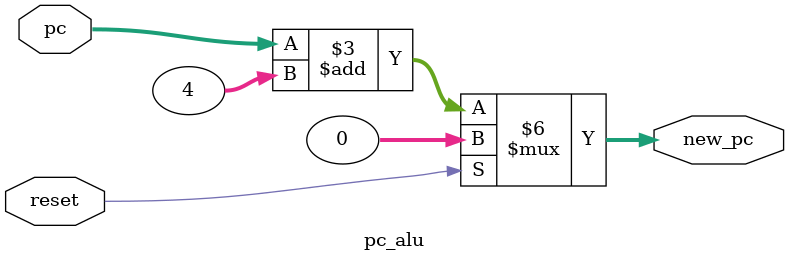
<source format=v>
module pc_alu (
    input wire reset,
    input wire [31:0] pc,

    output reg [31:0] new_pc
);

    initial begin
        new_pc = 32'd0;
    end

    always @(*) begin
        if(~reset) begin
            new_pc = pc+32'd4;           
        end
        else begin
            new_pc = 32'd0;
        end
    end
endmodule
</source>
